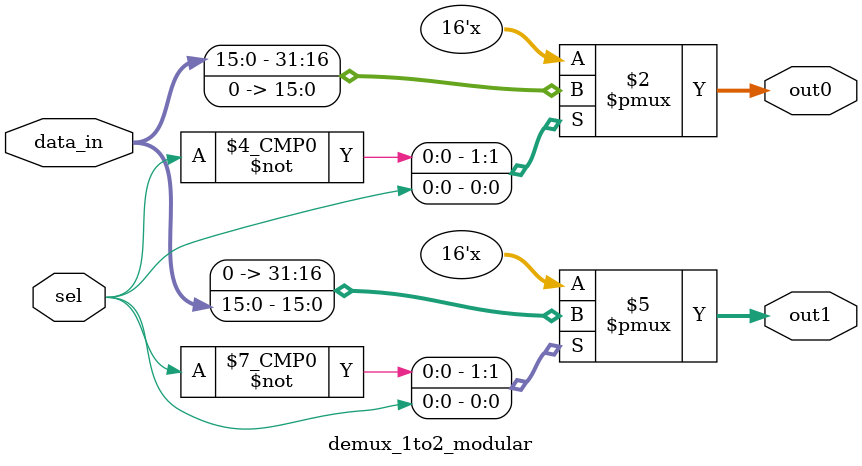
<source format=v>
module demux_1to2_modular #(
    parameter WIDTH = 16 // òøê áøéøú äîçãì, ðéúï ìùéðåé á-Quartus
)(
    input [WIDTH-1:0] data_in, // ëðéñä áøåçá äîùúðä
    input sel,                // áéè áçéøä áåãã (0 àå 1)
    output reg [WIDTH-1:0] out0, 
    output reg [WIDTH-1:0] out1
);

    always @(*) begin
        // àéôåñ éöéàåú ìîðéòú éöéøú Latches (æéëøåï ìà øöåé)
        out0 = {WIDTH{1'b0}}; 
        out1 = {WIDTH{1'b0}};
        
        case (sel)
            1'b0: out0 = data_in; // ðéúåá äîéãò ìéöéàä äøàùåðä
            1'b1: out1 = data_in; // ðéúåá äîéãò ìéöéàä äùðééä
        endcase
    end
endmodule
</source>
